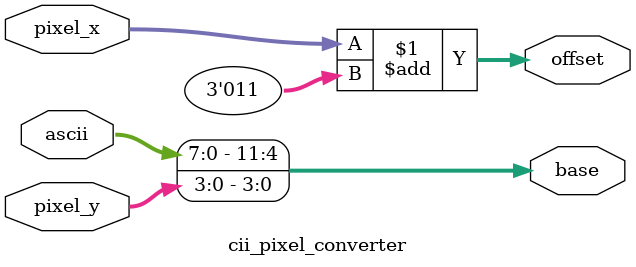
<source format=v>
`timescale 1ps/1ps


module cii_hvaddr_converter(
   input                   clk          ,//50Mhz clk
   input                   rst          ,
   input      [9:0]       h_addr        ,  
   input      [9:0]       v_addr        ,
   output   reg   [6:0]       char_x        ,
   output   reg   [4:0]       char_y        ,
   output   reg   [3:0]       pixel_x       ,
   output   reg   [3:0]       pixel_y       

);
   //monitor instruction
   // always @(*) begin
   //    $display("haddr%h,vaddr%h",h_addr,v_addr);
   // end
   reg [15:0] hcounter, vcounter;//为了固定画面因此进行规定
   reg [9:0] h_addr_old, v_addr_old;
   always@(posedge clk)begin
      if(h_addr!=h_addr_old)begin
         h_addr_old<=h_addr;
         if(hcounter==16'd639) hcounter<='d0; else hcounter<=hcounter+1;
         if(char_x==7'd69) char_x<='b0; else char_x<=char_x+1;
         if(pixel_x==4'd8) pixel_x<='b0; else pixel_x<=pixel_x+1;
      end else begin
         h_addr_old<='b0;
         hcounter<='b0;
         char_x<='b0;
         pixel_x<='b0;
      end
   end
   always@(posedge clk)begin
      if(v_addr!=v_addr_old)begin
         v_addr_old<=v_addr;
         if(vcounter==16'd479) vcounter<='d0;else vcounter<=vcounter+1;
         if(char_y==5'd29) char_y<='b0; else char_y<=char_y+1;
         if(pixel_y==4'd15) pixel_y<='b0; else pixel_y<=pixel_y+1;
      end else begin
         v_addr_old<='b0;
         vcounter<='b0;
         char_y<='b0;
         pixel_y<='b0;
      end
   end
endmodule


//双端ram
module cii_table_ram(
   input                   clk            ,
   input       [6:0]       char_x_rd      ,
   input       [4:0]       char_y_rd      ,
   input       [6:0]       char_x_we      ,
   input       [4:0]       char_y_we      ,
   input                   rd             ,
   input                   we             ,
   input       [7:0]       ascii_we       ,       
   output      [7:0]       ascii_rd       
);

   reg [7:0] mem [2100-1:0];

   wire [15:0] point;
   reg [15:0] ty_counter;
   reg [4:0] char_y_rd_old;
   always@(posedge clk)begin
      if(char_y_rd_old!=char_y_rd)begin//更新扫描点
         char_y_rd_old<=char_y_rd;
         if(char_y_rd == 5'd0)begin//检测是否为新周期
            ty_counter<='b0;//计数器清零
         end else begin
            ty_counter<=ty_counter+{{10'd0},5'd29};
         end
      end
   end
   assign point = ty_counter + {{8'd0},char_x_rd};//计算当前指示序列id
   assign ascii_rd = mem[point[11:0]];//当前指向mem的ascii码数值
   //写入ram数值
   always@(posedge clk)begin
      if(we)
         mem[char_y_we*70+char_x_we] = ascii_we;
   end

endmodule

//ascii字模读写地址转换
module cii_pixel_converter(
   input       [7:0]       ascii,//0-255
   
   input       [3:0]       pixel_x,//0px-8px 
   input       [3:0]       pixel_y,//0-15
   output      [11:0]      base,
   output      [3:0]       offset
   // output                  pixel
);
   // reg [11:0] mem_graph_ascii [4095:0];//ascii字模
   assign base = {ascii,pixel_y[3:0]};

   // wire [11:0] line;//8-0
   // assign line = mem_graph_ascii[base];

   assign offset = pixel_x + 3'd3;
   // assign pixel = line[pixel_x+3'd3]; 
endmodule



   // reg [9:0] h_addr_old, v_addr_old;

   // always@(posedge clk)begin
   //    if(h_addr!=h_addr_old)begin
   //       h_addr_old<=h_addr;
   //       if(tx_counter=='d69) tx_counter<='b0; else tx_counter<=tx_counter+1;;
   //    end else begin
   //       h_addr_old<='b0;
   //       tx_counter<='b0;
   //    end
   // end
   // always@(posedge clk)begin
   //    if(v_addr!=v_addr_old)begin
   //       v_addr_old<=v_addr;
   //       if(ty_counter=='d29) ty_counter<='b0; else ty_counter<=ty_counter+1;;
   //    end else begin
   //       v_addr_old<='b0;
   //       ty_counter<='b0;
   //    end
   // end
</source>
